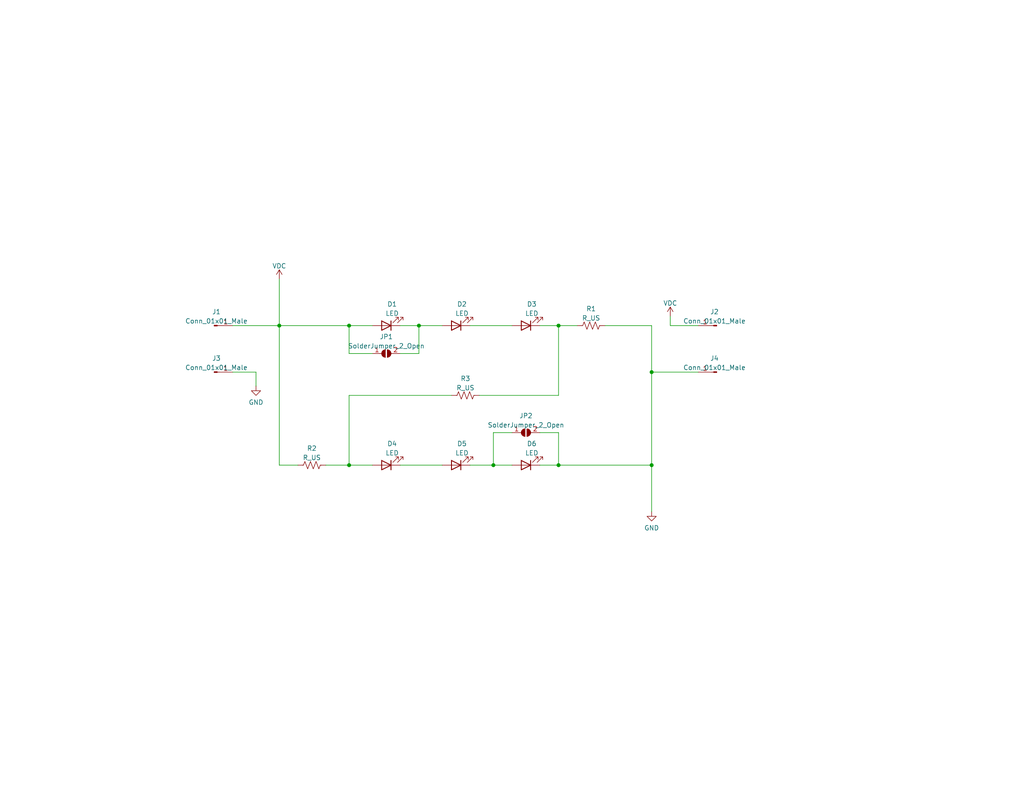
<source format=kicad_sch>
(kicad_sch (version 20211123) (generator eeschema)
  (paper "A")
  (lib_symbols
    (symbol "Connector:Conn_01x01_Male" (pin_names (offset 1.016) hide)
      (property "Reference" "J" (at 0 2.54 0))
      (property "Value" "Conn_01x01_Male" (at 0 -2.54 0))
      (symbol "Conn_01x01_Male_1_1"
        (polyline (pts (xy 1.27 0) (xy 0.8636 0)) (stroke (width 0.1524)))
        (rectangle (start 0.8636 0.127) (end 0 -0.127) (stroke (width 0.1524)) (fill (type outline)))
        (pin passive line (at 5.08 0 180) (length 3.81) (name "Pin_1") (number "1"))
      )
    )
    (symbol "Device:LED" (pin_numbers hide) (pin_names (offset 1.016) hide)
      (property "Reference" "D" (at 0 2.54 0))
      (property "Value" "LED" (at 0 -2.54 0))
      (symbol "LED_0_1"
        (polyline (pts (xy -1.27 -1.27) (xy -1.27 1.27)) (stroke (width 0.254)))
        (polyline (pts (xy -1.27 0) (xy 1.27 0)))
        (polyline (pts (xy 1.27 -1.27) (xy 1.27 1.27) (xy -1.27 0) (xy 1.27 -1.27)) (stroke (width 0.254)))
        (polyline (pts (xy -3.048 -0.762) (xy -4.572 -2.286) (xy -3.81 -2.286) (xy -4.572 -2.286) (xy -4.572 -1.524)))
        (polyline (pts (xy -1.778 -0.762) (xy -3.302 -2.286) (xy -2.54 -2.286) (xy -3.302 -2.286) (xy -3.302 -1.524)))
      )
      (symbol "LED_1_1"
        (pin passive line (at -3.81 0 0) (length 2.54) (name "K") (number "1"))
        (pin passive line (at 3.81 0 180) (length 2.54) (name "A") (number "2"))
      )
    )
    (symbol "Device:R_US" (pin_numbers hide) (pin_names (offset 0))
      (property "Reference" "R" (at 2.54 0 90))
      (property "Value" "R_US" (at -2.54 0 90))
      (symbol "R_US_0_1"
        (polyline (pts (xy 0 -2.286) (xy 0 -2.54)))
        (polyline (pts (xy 0 2.286) (xy 0 2.54)))
        (polyline (pts (xy 0 -0.762) (xy 1.016 -1.143) (xy 0 -1.524) (xy -1.016 -1.905) (xy 0 -2.286)))
        (polyline (pts (xy 0 0.762) (xy 1.016 0.381) (xy 0 0) (xy -1.016 -0.381) (xy 0 -0.762)))
        (polyline (pts (xy 0 2.286) (xy 1.016 1.905) (xy 0 1.524) (xy -1.016 1.143) (xy 0 0.762)))
      )
      (symbol "R_US_1_1"
        (pin passive line (at 0 3.81 270) (length 1.27) (name "~") (number "1"))
        (pin passive line (at 0 -3.81 90) (length 1.27) (name "~") (number "2"))
      )
    )
    (symbol "Jumper:SolderJumper_2_Open" (pin_names (offset 0) hide)
      (property "Reference" "JP" (at 0 2.032 0))
      (property "Value" "SolderJumper_2_Open" (at 0 -2.54 0))
      (symbol "SolderJumper_2_Open_0_1"
        (arc (start -0.254 1.016) (mid -1.27 0) (end -0.254 -1.016))
        (arc (start -0.254 1.016) (mid -1.27 0) (end -0.254 -1.016) (fill (type outline)))
        (polyline (pts (xy -0.254 1.016) (xy -0.254 -1.016)))
        (polyline (pts (xy 0.254 1.016) (xy 0.254 -1.016)))
        (arc (start 0.254 -1.016) (mid 1.27 0) (end 0.254 1.016))
        (arc (start 0.254 -1.016) (mid 1.27 0) (end 0.254 1.016) (fill (type outline)))
      )
      (symbol "SolderJumper_2_Open_1_1"
        (pin passive line (at -3.81 0 0) (length 2.54) (name "A") (number "1"))
        (pin passive line (at 3.81 0 180) (length 2.54) (name "B") (number "2"))
      )
    )
    (symbol "power:GND" (power) (pin_names (offset 0))
      (property "Value" "GND" (at 0 -3.81 0))
      (symbol "GND_0_1"
        (polyline (pts (xy 0 0) (xy 0 -1.27) (xy 1.27 -1.27) (xy 0 -2.54) (xy -1.27 -1.27) (xy 0 -1.27)))
      )
      (symbol "GND_1_1"
        (pin power_in line (at 0 0 270) (length 0) hide (name "GND") (number "1"))
      )
    )
    (symbol "power:VDC" (power) (pin_names (offset 0))
      (property "Value" "VDC" (at 0 6.35 0))
      (symbol "VDC_0_1"
        (polyline (pts (xy -0.762 1.27) (xy 0 2.54)))
        (polyline (pts (xy 0 0) (xy 0 2.54)))
        (polyline (pts (xy 0 2.54) (xy 0.762 1.27)))
      )
      (symbol "VDC_1_1"
        (pin power_in line (at 0 0 90) (length 0) hide (name "VDC") (number "1"))
      )
    )
  )
  (junction (at 177.8 101.6))
  (junction (at 114.3 88.9))
  (junction (at 95.25 127))
  (junction (at 152.4 88.9))
  (junction (at 76.2 88.9))
  (junction (at 177.8 127))
  (junction (at 152.4 127))
  (junction (at 95.25 88.9))
  (junction (at 134.62 127))
  (wire (pts (xy 128.27 127) (xy 134.62 127)))
  (wire (pts (xy 147.32 127) (xy 152.4 127)))
  (wire (pts (xy 147.32 88.9) (xy 152.4 88.9)))
  (wire (pts (xy 114.3 88.9) (xy 120.65 88.9)))
  (wire (pts (xy 182.88 86.36) (xy 182.88 88.9)))
  (wire (pts (xy 152.4 88.9) (xy 157.48 88.9)))
  (wire (pts (xy 182.88 88.9) (xy 190.5 88.9)))
  (wire (pts (xy 95.25 88.9) (xy 101.6 88.9)))
  (wire (pts (xy 101.6 96.52) (xy 95.25 96.52)))
  (wire (pts (xy 152.4 127) (xy 177.8 127)))
  (wire (pts (xy 81.28 127) (xy 76.2 127)))
  (wire (pts (xy 152.4 107.95) (xy 152.4 88.9)))
  (wire (pts (xy 95.25 96.52) (xy 95.25 88.9)))
  (wire (pts (xy 69.85 101.6) (xy 63.5 101.6)))
  (wire (pts (xy 88.9 127) (xy 95.25 127)))
  (wire (pts (xy 134.62 127) (xy 139.7 127)))
  (wire (pts (xy 95.25 127) (xy 101.6 127)))
  (wire (pts (xy 177.8 101.6) (xy 177.8 127)))
  (wire (pts (xy 165.1 88.9) (xy 177.8 88.9)))
  (wire (pts (xy 177.8 127) (xy 177.8 139.7)))
  (wire (pts (xy 130.81 107.95) (xy 152.4 107.95)))
  (wire (pts (xy 76.2 127) (xy 76.2 88.9)))
  (wire (pts (xy 123.19 107.95) (xy 95.25 107.95)))
  (wire (pts (xy 76.2 76.2) (xy 76.2 88.9)))
  (wire (pts (xy 109.22 127) (xy 120.65 127)))
  (wire (pts (xy 114.3 96.52) (xy 114.3 88.9)))
  (wire (pts (xy 147.32 118.11) (xy 152.4 118.11)))
  (wire (pts (xy 76.2 88.9) (xy 95.25 88.9)))
  (wire (pts (xy 69.85 105.41) (xy 69.85 101.6)))
  (wire (pts (xy 63.5 88.9) (xy 76.2 88.9)))
  (wire (pts (xy 152.4 118.11) (xy 152.4 127)))
  (wire (pts (xy 109.22 88.9) (xy 114.3 88.9)))
  (wire (pts (xy 134.62 118.11) (xy 134.62 127)))
  (wire (pts (xy 95.25 107.95) (xy 95.25 127)))
  (wire (pts (xy 128.27 88.9) (xy 139.7 88.9)))
  (wire (pts (xy 177.8 88.9) (xy 177.8 101.6)))
  (wire (pts (xy 177.8 101.6) (xy 190.5 101.6)))
  (wire (pts (xy 139.7 118.11) (xy 134.62 118.11)))
  (wire (pts (xy 109.22 96.52) (xy 114.3 96.52)))
  (symbol (lib_id "Connector:Conn_01x01_Male") (at 195.58 88.9 0) (mirror y) (unit 1)
    (property "Reference" "J2" (at 194.945 85.124 0))
    (property "Value" "Conn_01x01_Male" (at 194.945 87.6609 0))
    (property "Footprint" "TestPoint:TestPoint_Pad_3.0x3.0mm" (effects hide))
  )
  (symbol (lib_id "Device:R_US") (at 127 107.95 90) (unit 1)
    (property "Reference" "R3" (at 127 103.3612 90))
    (property "Value" "R_US" (at 127 105.8981 90))
    (property "Footprint" "Resistor_SMD:R_1206_3216Metric_Pad1.30x1.75mm_HandSolder" (effects hide))
  )
  (symbol (lib_id "Device:LED") (at 124.46 127 180) (unit 1)
    (property "Reference" "D5" (at 126.0475 121.1412 0))
    (property "Value" "LED" (at 126.0475 123.6781 0))
    (property "Footprint" "LED_SMD:LED_PLCC_2835_Handsoldering" (effects hide))
  )
  (symbol (lib_id "power:VDC") (at 182.88 86.36 0) (unit 1)
    (property "Reference" "#PWR03" (effects hide))
    (property "Value" "VDC" (at 182.88 82.7842 0))
  )
  (symbol (lib_id "Device:LED") (at 105.41 127 180) (unit 1)
    (property "Reference" "D4" (at 106.9975 121.1412 0))
    (property "Value" "LED" (at 106.9975 123.6781 0))
    (property "Footprint" "LED_SMD:LED_PLCC_2835_Handsoldering" (effects hide))
  )
  (symbol (lib_id "Device:R_US") (at 161.29 88.9 90) (unit 1)
    (property "Reference" "R1" (at 161.29 84.3112 90))
    (property "Value" "R_US" (at 161.29 86.8481 90))
    (property "Footprint" "Resistor_SMD:R_1206_3216Metric_Pad1.30x1.75mm_HandSolder" (effects hide))
  )
  (symbol (lib_id "Connector:Conn_01x01_Male") (at 58.42 101.6 0) (unit 1)
    (property "Reference" "J3" (at 59.055 97.824 0))
    (property "Value" "Conn_01x01_Male" (at 59.055 100.3609 0))
    (property "Footprint" "TestPoint:TestPoint_Pad_3.0x3.0mm" (effects hide))
  )
  (symbol (lib_id "Device:LED") (at 105.41 88.9 180) (unit 1)
    (property "Reference" "D1" (at 106.9975 83.0412 0))
    (property "Value" "LED" (at 106.9975 85.5781 0))
    (property "Footprint" "LED_SMD:LED_PLCC_2835_Handsoldering" (effects hide))
  )
  (symbol (lib_id "Jumper:SolderJumper_2_Open") (at 105.41 96.52 0) (unit 1)
    (property "Reference" "JP1" (at 105.41 91.9312 0))
    (property "Value" "SolderJumper_2_Open" (at 105.41 94.4681 0))
    (property "Footprint" "Jumper:SolderJumper-2_P1.3mm_Open_TrianglePad1.0x1.5mm" (effects hide))
  )
  (symbol (lib_id "power:GND") (at 177.8 139.7 0) (unit 1)
    (property "Reference" "#PWR02" (effects hide))
    (property "Value" "GND" (at 177.8 144.1434 0))
  )
  (symbol (lib_id "Device:LED") (at 124.46 88.9 180) (unit 1)
    (property "Reference" "D2" (at 126.0475 83.0412 0))
    (property "Value" "LED" (at 126.0475 85.5781 0))
    (property "Footprint" "LED_SMD:LED_PLCC_2835_Handsoldering" (effects hide))
  )
  (symbol (lib_id "Connector:Conn_01x01_Male") (at 195.58 101.6 0) (mirror y) (unit 1)
    (property "Reference" "J4" (at 194.945 97.824 0))
    (property "Value" "Conn_01x01_Male" (at 194.945 100.3609 0))
    (property "Footprint" "TestPoint:TestPoint_Pad_3.0x3.0mm" (effects hide))
  )
  (symbol (lib_id "Device:LED") (at 143.51 88.9 180) (unit 1)
    (property "Reference" "D3" (at 145.0975 83.0412 0))
    (property "Value" "LED" (at 145.0975 85.5781 0))
    (property "Footprint" "LED_SMD:LED_PLCC_2835_Handsoldering" (effects hide))
  )
  (symbol (lib_id "Connector:Conn_01x01_Male") (at 58.42 88.9 0) (unit 1)
    (property "Reference" "J1" (at 59.055 85.124 0))
    (property "Value" "Conn_01x01_Male" (at 59.055 87.6609 0))
    (property "Footprint" "TestPoint:TestPoint_Pad_3.0x3.0mm" (effects hide))
  )
  (symbol (lib_id "Device:LED") (at 143.51 127 180) (unit 1)
    (property "Reference" "D6" (at 145.0975 121.1412 0))
    (property "Value" "LED" (at 145.0975 123.6781 0))
    (property "Footprint" "LED_SMD:LED_PLCC_2835_Handsoldering" (effects hide))
  )
  (symbol (lib_id "power:GND") (at 69.85 105.41 0) (unit 1)
    (property "Reference" "#PWR04" (effects hide))
    (property "Value" "GND" (at 69.85 109.8534 0))
  )
  (symbol (lib_id "Device:R_US") (at 85.09 127 90) (unit 1)
    (property "Reference" "R2" (at 85.09 122.4112 90))
    (property "Value" "R_US" (at 85.09 124.9481 90))
    (property "Footprint" "Resistor_SMD:R_1206_3216Metric_Pad1.30x1.75mm_HandSolder" (effects hide))
  )
  (symbol (lib_id "power:VDC") (at 76.2 76.2 0) (unit 1)
    (property "Reference" "#PWR01" (effects hide))
    (property "Value" "VDC" (at 76.2 72.6242 0))
  )
  (symbol (lib_id "Jumper:SolderJumper_2_Open") (at 143.51 118.11 0) (unit 1)
    (property "Reference" "JP2" (at 143.51 113.5212 0))
    (property "Value" "SolderJumper_2_Open" (at 143.51 116.0581 0))
    (property "Footprint" "Jumper:SolderJumper-2_P1.3mm_Open_TrianglePad1.0x1.5mm" (effects hide))
  )
)
</source>
